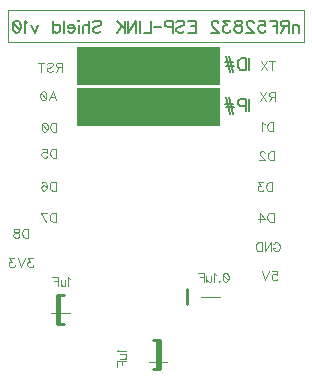
<source format=gbr>
G04 DipTrace 3.2.0.1*
G04 BottomSilk.gbr*
%MOMM*%
G04 #@! TF.FileFunction,Legend,Bot*
G04 #@! TF.Part,Single*
%ADD10C,0.25*%
%ADD17C,0.1*%
%ADD63C,0.11765*%
%ADD64C,0.15686*%
%FSLAX35Y35*%
G04*
G71*
G90*
G75*
G01*
G04 BotSilk*
%LPD*%
X1446467Y1682157D2*
D10*
Y1432137D1*
X1427547Y1682157D2*
Y1432137D1*
Y1682157D2*
X1487387D1*
X1427547Y1432137D2*
X1487387D1*
X2529900Y1733210D2*
Y1603310D1*
X2280867Y1051177D2*
Y1301197D1*
X2299787Y1051177D2*
Y1301197D1*
Y1051177D2*
X2239947D1*
X2299787Y1301197D2*
X2239947D1*
G36*
X1603187Y3779413D2*
X2809560D1*
Y3461947D1*
X1603187D1*
Y3779413D1*
G37*
X2206373Y1112693D2*
D17*
X2365107D1*
X2650827Y1668260D2*
X2809560D1*
X1380960Y1525400D2*
X1539693D1*
X1015873Y4096880D2*
X3523860D1*
Y3827033D1*
X1015873D1*
Y4096880D1*
G36*
X1603187Y3430200D2*
X2809560D1*
Y3112733D1*
X1603187D1*
Y3430200D1*
G37*
X1470186Y3610450D2*
D63*
X1437420D1*
X1426470Y3614156D1*
X1422764Y3617778D1*
X1419142Y3625022D1*
Y3632350D1*
X1422764Y3639594D1*
X1426470Y3643300D1*
X1437420Y3646922D1*
X1470186D1*
Y3570356D1*
X1444664Y3610450D2*
X1419142Y3570356D1*
X1344569Y3635972D2*
X1351813Y3643300D1*
X1362763Y3646922D1*
X1377335D1*
X1388285Y3643300D1*
X1395613Y3635972D1*
Y3628728D1*
X1391907Y3621400D1*
X1388285Y3617778D1*
X1381041Y3614156D1*
X1359141Y3606828D1*
X1351813Y3603206D1*
X1348191Y3599500D1*
X1344569Y3592256D1*
Y3581306D1*
X1351813Y3574062D1*
X1362763Y3570356D1*
X1377335D1*
X1388285Y3574062D1*
X1395613Y3581306D1*
X1295518Y3646922D2*
Y3570356D1*
X1321040Y3646922D2*
X1269996D1*
X1223745Y1993917D2*
X1183736D1*
X1205551Y1964774D1*
X1194601D1*
X1187357Y1961152D1*
X1183736Y1957530D1*
X1180029Y1946580D1*
Y1939336D1*
X1183736Y1928386D1*
X1190979Y1921058D1*
X1201929Y1917436D1*
X1212879D1*
X1223745Y1921058D1*
X1227367Y1924764D1*
X1231073Y1932008D1*
X1156500Y1994002D2*
X1127356Y1917436D1*
X1098212Y1994002D1*
X1067355Y1993917D2*
X1027345D1*
X1049161Y1964774D1*
X1038211D1*
X1030967Y1961152D1*
X1027345Y1957530D1*
X1023639Y1946580D1*
Y1939336D1*
X1027345Y1928386D1*
X1034589Y1921058D1*
X1045539Y1917436D1*
X1056489D1*
X1067355Y1921058D1*
X1070977Y1924764D1*
X1074683Y1932008D1*
X3274563Y3361530D2*
X3241797D1*
X3230847Y3365236D1*
X3227141Y3368858D1*
X3223519Y3376102D1*
Y3383430D1*
X3227141Y3390674D1*
X3230847Y3394380D1*
X3241797Y3398002D1*
X3274563D1*
Y3321436D1*
X3249041Y3361530D2*
X3223519Y3321436D1*
X3199990Y3398002D2*
X3148946Y3321436D1*
Y3398002D2*
X3199990Y3321436D1*
X3254754Y3664702D2*
Y3588136D1*
X3280276Y3664702D2*
X3229232D1*
X3205703D2*
X3154659Y3588136D1*
Y3664702D2*
X3205703Y3588136D1*
X3261892Y2109808D2*
X3265514Y2117052D1*
X3272842Y2124380D1*
X3280086Y2128002D1*
X3294658D1*
X3301986Y2124380D1*
X3309230Y2117052D1*
X3312936Y2109808D1*
X3316558Y2098858D1*
Y2080580D1*
X3312936Y2069714D1*
X3309230Y2062386D1*
X3301986Y2055142D1*
X3294658Y2051436D1*
X3280086D1*
X3272842Y2055142D1*
X3265514Y2062386D1*
X3261892Y2069714D1*
Y2080580D1*
X3280086D1*
X3187319Y2128002D2*
Y2051436D1*
X3238363Y2128002D1*
Y2051436D1*
X3163790Y2128002D2*
Y2051436D1*
X3138268D1*
X3127318Y2055142D1*
X3119990Y2062386D1*
X3116368Y2069714D1*
X3112746Y2080580D1*
Y2098858D1*
X3116368Y2109808D1*
X3119990Y2117052D1*
X3127318Y2124380D1*
X3138268Y2128002D1*
X3163790D1*
X1364886Y3329689D2*
X1394114Y3406255D1*
X1423258Y3329689D1*
X1412308Y3355211D2*
X1375836D1*
X1319456Y3406171D2*
X1330406Y3402549D1*
X1337734Y3391599D1*
X1341356Y3373405D1*
Y3362455D1*
X1337734Y3344261D1*
X1330406Y3333311D1*
X1319456Y3329689D1*
X1312212D1*
X1301262Y3333311D1*
X1294019Y3344261D1*
X1290312Y3362455D1*
Y3373405D1*
X1294019Y3391599D1*
X1301262Y3402549D1*
X1312212Y3406171D1*
X1319456D1*
X1294019Y3391599D2*
X1337734Y3344261D1*
X1426089Y3141462D2*
Y3064896D1*
X1400568D1*
X1389618Y3068602D1*
X1382289Y3075846D1*
X1378668Y3083174D1*
X1375046Y3094040D1*
Y3112318D1*
X1378668Y3123268D1*
X1382289Y3130512D1*
X1389618Y3137840D1*
X1400568Y3141462D1*
X1426089D1*
X1329616Y3141377D2*
X1340566Y3137755D1*
X1347894Y3126805D1*
X1351516Y3108612D1*
Y3097662D1*
X1347894Y3079468D1*
X1340566Y3068518D1*
X1329616Y3064896D1*
X1322372D1*
X1311422Y3068518D1*
X1304179Y3079468D1*
X1300472Y3097662D1*
Y3108612D1*
X1304179Y3126805D1*
X1311422Y3137755D1*
X1322372Y3141377D1*
X1329616D1*
X1304179Y3126805D2*
X1347894Y3079468D1*
X1424186Y2920482D2*
Y2843916D1*
X1398664D1*
X1387714Y2847622D1*
X1380386Y2854866D1*
X1376764Y2862194D1*
X1373142Y2873060D1*
Y2891338D1*
X1376764Y2902288D1*
X1380386Y2909532D1*
X1387714Y2916860D1*
X1398664Y2920482D1*
X1424186D1*
X1305897Y2920397D2*
X1342285D1*
X1345907Y2887632D1*
X1342285Y2891254D1*
X1331335Y2894960D1*
X1320469D1*
X1309519Y2891254D1*
X1302191Y2884010D1*
X1298569Y2873060D1*
Y2865816D1*
X1302191Y2854866D1*
X1309519Y2847538D1*
X1320469Y2843916D1*
X1331335D1*
X1342285Y2847538D1*
X1345907Y2851244D1*
X1349613Y2858488D1*
X1418573Y2641082D2*
Y2564516D1*
X1393051D1*
X1382101Y2568222D1*
X1374773Y2575466D1*
X1371151Y2582794D1*
X1367529Y2593660D1*
Y2611938D1*
X1371151Y2622888D1*
X1374773Y2630132D1*
X1382101Y2637460D1*
X1393051Y2641082D1*
X1418573D1*
X1300284Y2630132D2*
X1303906Y2637375D1*
X1314856Y2640997D1*
X1322100D1*
X1333050Y2637375D1*
X1340378Y2626425D1*
X1344000Y2608232D1*
Y2590038D1*
X1340378Y2575466D1*
X1333050Y2568138D1*
X1322100Y2564516D1*
X1318478D1*
X1307612Y2568138D1*
X1300284Y2575466D1*
X1296662Y2586416D1*
Y2590038D1*
X1300284Y2600988D1*
X1307612Y2608232D1*
X1318478Y2611854D1*
X1322100D1*
X1333050Y2608232D1*
X1340378Y2600988D1*
X1344000Y2590038D1*
X1422279Y2376922D2*
Y2300356D1*
X1396758D1*
X1385808Y2304062D1*
X1378479Y2311306D1*
X1374858Y2318634D1*
X1371236Y2329500D1*
Y2347778D1*
X1374858Y2358728D1*
X1378479Y2365972D1*
X1385808Y2373300D1*
X1396758Y2376922D1*
X1422279D1*
X1333134Y2300356D2*
X1296662Y2376837D1*
X1347706D1*
X1187269Y2242288D2*
Y2165723D1*
X1161747D1*
X1150797Y2169429D1*
X1143469Y2176673D1*
X1139847Y2184001D1*
X1136225Y2194866D1*
Y2213144D1*
X1139847Y2224094D1*
X1143469Y2231338D1*
X1150797Y2238666D1*
X1161747Y2242288D1*
X1187269D1*
X1094501Y2242204D2*
X1105367Y2238582D1*
X1109073Y2231338D1*
Y2224010D1*
X1105367Y2216766D1*
X1098123Y2213060D1*
X1083551Y2209438D1*
X1072601Y2205816D1*
X1065358Y2198488D1*
X1061736Y2191244D1*
Y2180294D1*
X1065358Y2173051D1*
X1068980Y2169344D1*
X1079930Y2165723D1*
X1094501D1*
X1105367Y2169344D1*
X1109073Y2173051D1*
X1112695Y2180294D1*
Y2191244D1*
X1109073Y2198488D1*
X1101745Y2205816D1*
X1090880Y2209438D1*
X1076308Y2213060D1*
X1068980Y2216766D1*
X1065358Y2224010D1*
Y2231338D1*
X1068980Y2238582D1*
X1079930Y2242204D1*
X1094501D1*
X3262750Y3144002D2*
Y3067436D1*
X3237228D1*
X3226278Y3071142D1*
X3218950Y3078386D1*
X3215328Y3085714D1*
X3211707Y3096580D1*
Y3114858D1*
X3215328Y3125808D1*
X3218950Y3133052D1*
X3226278Y3140380D1*
X3237228Y3144002D1*
X3262750D1*
X3188177Y3129345D2*
X3180849Y3133052D1*
X3169899Y3143917D1*
Y3067436D1*
X3268213Y2898255D2*
Y2821689D1*
X3242691D1*
X3231741Y2825395D1*
X3224413Y2832639D1*
X3220791Y2839967D1*
X3217169Y2850833D1*
Y2869111D1*
X3220791Y2880061D1*
X3224413Y2887305D1*
X3231741Y2894633D1*
X3242691Y2898255D1*
X3268213D1*
X3189933Y2879977D2*
Y2883599D1*
X3186311Y2890927D1*
X3182690Y2894549D1*
X3175361Y2898171D1*
X3160790D1*
X3153546Y2894549D1*
X3149924Y2890927D1*
X3146218Y2883599D1*
Y2876355D1*
X3149924Y2869027D1*
X3157168Y2858161D1*
X3193640Y2821689D1*
X3142596D1*
X3254243Y2637268D2*
Y2560703D1*
X3228721D1*
X3217771Y2564409D1*
X3210443Y2571653D1*
X3206821Y2578981D1*
X3203199Y2589846D1*
Y2608124D1*
X3206821Y2619074D1*
X3210443Y2626318D1*
X3217771Y2633646D1*
X3228721Y2637268D1*
X3254243D1*
X3172341Y2637184D2*
X3132332D1*
X3154148Y2608040D1*
X3143198D1*
X3135954Y2604418D1*
X3132332Y2600796D1*
X3128626Y2589846D1*
Y2582603D1*
X3132332Y2571653D1*
X3139576Y2564324D1*
X3150526Y2560703D1*
X3161476D1*
X3172341Y2564324D1*
X3175963Y2568031D1*
X3179670Y2575274D1*
X3263581Y2378828D2*
Y2302263D1*
X3238059D1*
X3227109Y2305969D1*
X3219781Y2313213D1*
X3216159Y2320541D1*
X3212538Y2331406D1*
Y2349684D1*
X3216159Y2360634D1*
X3219781Y2367878D1*
X3227109Y2375206D1*
X3238059Y2378828D1*
X3263581D1*
X3152536Y2302263D2*
Y2378744D1*
X3189008Y2327784D1*
X3134342D1*
X3253961Y1885344D2*
X3290349D1*
X3293970Y1852578D1*
X3290349Y1856200D1*
X3279399Y1859906D1*
X3268533D1*
X3257583Y1856200D1*
X3250255Y1848956D1*
X3246633Y1838006D1*
Y1830763D1*
X3250255Y1819813D1*
X3257583Y1812484D1*
X3268533Y1808863D1*
X3279399D1*
X3290349Y1812484D1*
X3293970Y1816191D1*
X3297677Y1823434D1*
X3223103Y1885428D2*
X3193960Y1808863D1*
X3164816Y1885428D1*
X3478628Y3971627D2*
D64*
Y3903569D1*
Y3952198D2*
X3464028Y3966798D1*
X3454257Y3971627D1*
X3439769D1*
X3429998Y3966798D1*
X3425169Y3952198D1*
Y3903569D1*
X3393797Y3957027D2*
X3350109D1*
X3335509Y3961969D1*
X3330567Y3966798D1*
X3325738Y3976457D1*
Y3986227D1*
X3330567Y3995886D1*
X3335509Y4000827D1*
X3350109Y4005657D1*
X3393797D1*
Y3903569D1*
X3359767Y3957027D2*
X3325738Y3903569D1*
X3231136Y4005657D2*
X3294366D1*
Y3903569D1*
Y3957027D2*
X3255507D1*
X3141476Y4005544D2*
X3189993D1*
X3194822Y3961857D1*
X3189993Y3966686D1*
X3175393Y3971627D1*
X3160905D1*
X3146305Y3966686D1*
X3136535Y3957027D1*
X3131705Y3942427D1*
Y3932769D1*
X3136535Y3918169D1*
X3146305Y3908398D1*
X3160905Y3903569D1*
X3175393D1*
X3189993Y3908398D1*
X3194822Y3913340D1*
X3199764Y3922998D1*
X3095391Y3981286D2*
Y3986115D1*
X3090562Y3995886D1*
X3085733Y4000715D1*
X3075962Y4005544D1*
X3056533D1*
X3046874Y4000715D1*
X3042045Y3995886D1*
X3037104Y3986115D1*
Y3976457D1*
X3042045Y3966686D1*
X3051704Y3952198D1*
X3100333Y3903569D1*
X3032274D1*
X2976643Y4005544D2*
X2991131Y4000715D1*
X2996073Y3991057D1*
Y3981286D1*
X2991131Y3971627D1*
X2981473Y3966686D1*
X2962043Y3961857D1*
X2947443Y3957027D1*
X2937785Y3947257D1*
X2932956Y3937598D1*
Y3922998D1*
X2937785Y3913340D1*
X2942614Y3908398D1*
X2957214Y3903569D1*
X2976643D1*
X2991131Y3908398D1*
X2996073Y3913340D1*
X3000902Y3922998D1*
Y3937598D1*
X2996073Y3947257D1*
X2986302Y3957027D1*
X2971814Y3961857D1*
X2952385Y3966686D1*
X2942614Y3971627D1*
X2937785Y3981286D1*
Y3991057D1*
X2942614Y4000715D1*
X2957214Y4005544D1*
X2976643D1*
X2891812D2*
X2838466D1*
X2867554Y3966686D1*
X2852954D1*
X2843295Y3961857D1*
X2838466Y3957027D1*
X2833525Y3942427D1*
Y3932769D1*
X2838466Y3918169D1*
X2848125Y3908398D1*
X2862725Y3903569D1*
X2877325D1*
X2891812Y3908398D1*
X2896642Y3913340D1*
X2901583Y3922998D1*
X2797211Y3981286D2*
Y3986115D1*
X2792381Y3995886D1*
X2787552Y4000715D1*
X2777781Y4005544D1*
X2758352D1*
X2748694Y4000715D1*
X2743864Y3995886D1*
X2738923Y3986115D1*
Y3976457D1*
X2743864Y3966686D1*
X2753523Y3952198D1*
X2802152Y3903569D1*
X2734094D1*
X2540847Y4005657D2*
X2603964D1*
Y3903569D1*
X2540847D1*
X2603964Y3957027D2*
X2565105D1*
X2441416Y3991057D2*
X2451074Y4000827D1*
X2465674Y4005657D1*
X2485104D1*
X2499704Y4000827D1*
X2509474Y3991057D1*
Y3981398D1*
X2504533Y3971627D1*
X2499704Y3966798D1*
X2490045Y3961969D1*
X2460845Y3952198D1*
X2451074Y3947369D1*
X2446245Y3942427D1*
X2441416Y3932769D1*
Y3918169D1*
X2451074Y3908510D1*
X2465674Y3903569D1*
X2485104D1*
X2499704Y3908510D1*
X2509474Y3918169D1*
X2410043Y3952198D2*
X2366243D1*
X2351756Y3957027D1*
X2346814Y3961969D1*
X2341985Y3971627D1*
Y3986227D1*
X2346814Y3995886D1*
X2351756Y4000827D1*
X2366243Y4005657D1*
X2410043D1*
Y3903569D1*
X2310612Y3954557D2*
X2254459D1*
X2223086Y4005657D2*
Y3903569D1*
X2164798D1*
X2133426Y4005657D2*
Y3903569D1*
X2033995Y4005657D2*
Y3903569D1*
X2102053Y4005657D1*
Y3903569D1*
X2002622Y4005657D2*
Y3903569D1*
X1934564Y4005657D2*
X2002622Y3937598D1*
X1978364Y3961969D2*
X1934564Y3903569D1*
X1736376Y3991057D2*
X1746034Y4000827D1*
X1760634Y4005657D1*
X1780063D1*
X1794663Y4000827D1*
X1804434Y3991057D1*
Y3981398D1*
X1799492Y3971627D1*
X1794663Y3966798D1*
X1785005Y3961969D1*
X1755805Y3952198D1*
X1746034Y3947369D1*
X1741205Y3942427D1*
X1736376Y3932769D1*
Y3918169D1*
X1746034Y3908510D1*
X1760634Y3903569D1*
X1780063D1*
X1794663Y3908510D1*
X1804434Y3918169D1*
X1705003Y4005657D2*
Y3903569D1*
Y3952198D2*
X1690403Y3966798D1*
X1680632Y3971627D1*
X1666032D1*
X1656374Y3966798D1*
X1651545Y3952198D1*
Y3903569D1*
X1620172Y4005657D2*
X1615343Y4000827D1*
X1610401Y4005657D1*
X1615343Y4010598D1*
X1620172Y4005657D1*
X1615343Y3971627D2*
Y3903569D1*
X1579029Y3942427D2*
X1520741D1*
Y3952198D1*
X1525570Y3961969D1*
X1530399Y3966798D1*
X1540170Y3971627D1*
X1554770D1*
X1564429Y3966798D1*
X1574199Y3957027D1*
X1579029Y3942427D1*
Y3932769D1*
X1574199Y3918169D1*
X1564429Y3908510D1*
X1554770Y3903569D1*
X1540170D1*
X1530399Y3908510D1*
X1520741Y3918169D1*
X1489368Y4005657D2*
Y3903569D1*
X1399708Y4005657D2*
Y3903569D1*
Y3957027D2*
X1409367Y3966798D1*
X1419137Y3971627D1*
X1433737D1*
X1443396Y3966798D1*
X1453167Y3957027D1*
X1457996Y3942427D1*
Y3932769D1*
X1453167Y3918169D1*
X1443396Y3908510D1*
X1433737Y3903569D1*
X1419137D1*
X1409367Y3908510D1*
X1399708Y3918169D1*
X1269578Y3971627D2*
X1240378Y3903569D1*
X1211291Y3971627D1*
X1179918Y3986115D2*
X1170147Y3991057D1*
X1155547Y4005544D1*
Y3903569D1*
X1094975Y4005544D2*
X1109575Y4000715D1*
X1119346Y3986115D1*
X1124175Y3961857D1*
Y3947257D1*
X1119346Y3922998D1*
X1109575Y3908398D1*
X1094975Y3903569D1*
X1085316D1*
X1070716Y3908398D1*
X1061058Y3922998D1*
X1056116Y3947257D1*
Y3961857D1*
X1061058Y3986115D1*
X1070716Y4000715D1*
X1085316Y4005544D1*
X1094975D1*
X1061058Y3986115D2*
X1119346Y3922998D1*
X2861506Y1869471D2*
D63*
X2872456Y1865849D1*
X2879784Y1854899D1*
X2883406Y1836705D1*
Y1825755D1*
X2879784Y1807561D1*
X2872456Y1796611D1*
X2861506Y1792989D1*
X2854262D1*
X2843312Y1796611D1*
X2836068Y1807561D1*
X2832362Y1825755D1*
Y1836705D1*
X2836068Y1854899D1*
X2843312Y1865849D1*
X2854262Y1869471D1*
X2861506D1*
X2836068Y1854899D2*
X2879784Y1807561D1*
X2805211Y1800317D2*
X2808833Y1796611D1*
X2805211Y1792989D1*
X2801504Y1796611D1*
X2805211Y1800317D1*
X2777975Y1854899D2*
X2770647Y1858605D1*
X2759697Y1869471D1*
Y1792989D1*
X2736168Y1844033D2*
Y1807561D1*
X2732546Y1796695D1*
X2725218Y1792989D1*
X2714268D1*
X2707024Y1796695D1*
X2696074Y1807561D1*
Y1844033D2*
Y1792989D1*
X2625122Y1869555D2*
X2672544D1*
Y1792989D1*
Y1833083D2*
X2643400D1*
X1954748Y1224838D2*
X1951042Y1217510D1*
X1940176Y1206560D1*
X2016658D1*
X1965614Y1183031D2*
X2002086D1*
X2012951Y1179409D1*
X2016658Y1172081D1*
Y1161131D1*
X2012951Y1153887D1*
X2002086Y1142937D1*
X1965614D2*
X2016658D1*
X1940092Y1071986D2*
Y1119408D1*
X2016658D1*
X1976564D2*
Y1090264D1*
X1543435Y1819819D2*
X1536107Y1823525D1*
X1525157Y1834391D1*
Y1757909D1*
X1501628Y1808953D2*
Y1772481D1*
X1498006Y1761615D1*
X1490678Y1757909D1*
X1479728D1*
X1472484Y1761615D1*
X1461534Y1772481D1*
Y1808953D2*
Y1757909D1*
X1390582Y1834475D2*
X1438004D1*
Y1757909D1*
Y1798003D2*
X1408860D1*
X3058718Y3687833D2*
D64*
Y3585746D1*
X3027345Y3687833D2*
Y3585746D1*
X2993316D1*
X2978716Y3590687D1*
X2968945Y3600346D1*
X2964116Y3610116D1*
X2959287Y3624604D1*
Y3648975D1*
X2964116Y3663575D1*
X2968945Y3673233D1*
X2978716Y3683004D1*
X2993316Y3687833D1*
X3027345D1*
X2889056Y3707206D2*
X2922973Y3566260D1*
X2859856Y3707206D2*
X2893885Y3566260D1*
X2922973Y3651333D2*
X2855026D1*
X2927914Y3622133D2*
X2859856D1*
X3058718Y3338620D2*
Y3236532D1*
X3027345Y3285161D2*
X2983545D1*
X2969057Y3289991D1*
X2964116Y3294932D1*
X2959287Y3304591D1*
Y3319191D1*
X2964116Y3328849D1*
X2969057Y3333791D1*
X2983545Y3338620D1*
X3027345D1*
Y3236532D1*
X2889056Y3357993D2*
X2922973Y3217047D1*
X2859856Y3357993D2*
X2893885Y3217047D1*
X2922973Y3302120D2*
X2855026D1*
X2927914Y3272920D2*
X2859856D1*
M02*

</source>
